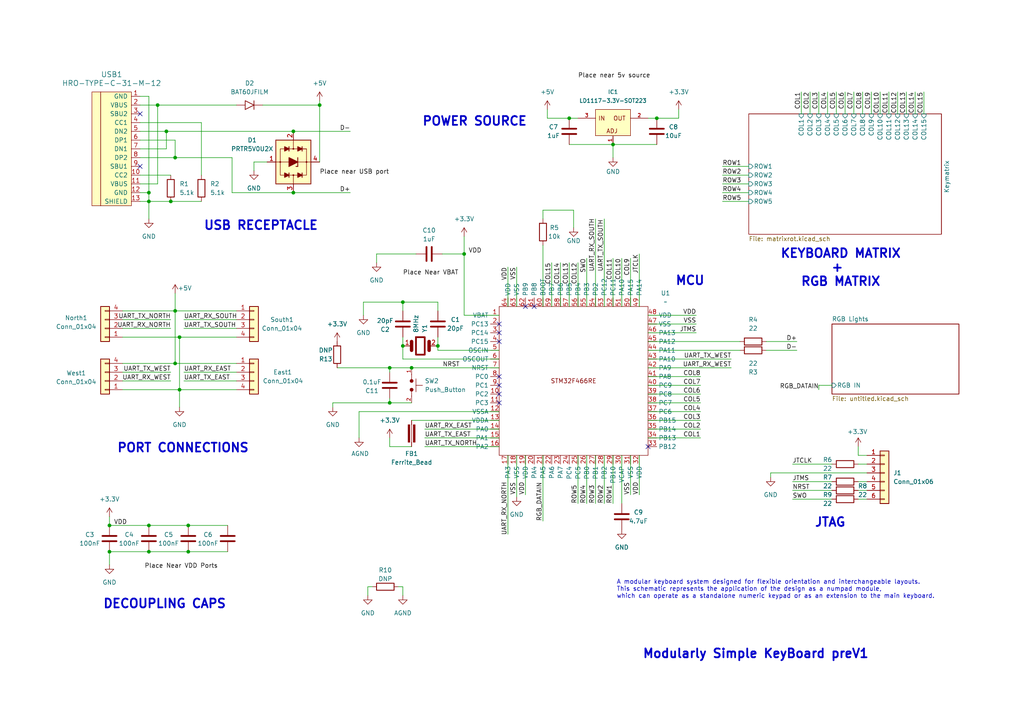
<source format=kicad_sch>
(kicad_sch (version 20250114) (generator "eeschema") (generator_version "9.0")
  (paper "A4")
  (lib_symbols
    (symbol "PCM_4ms_Connector:Conn_01x04" (pin_names (offset 1.016) (hide yes))
      (property "Reference" "J" (at 0 5.08 0))
      (property "Value" "Conn_01x04" (at 0 -7.62 0))
      (symbol "Conn_01x04_1_1"
        (rectangle (start -1.27 3.81) (end 1.27 -6.35) (stroke (width 0.254)) (fill (type background)))
        (rectangle (start -1.27 2.667) (end 0 2.413) (stroke (width 0.1524)))
        (rectangle (start -1.27 0.127) (end 0 -0.127) (stroke (width 0.1524)))
        (rectangle (start -1.27 -2.413) (end 0 -2.667) (stroke (width 0.1524)))
        (rectangle (start -1.27 -4.953) (end 0 -5.207) (stroke (width 0.1524)))
        (pin passive line (at -5.08 2.54 0) (length 3.81) (name "Pin_1") (number "1"))
        (pin passive line (at -5.08 0 0) (length 3.81) (name "Pin_2") (number "2"))
        (pin passive line (at -5.08 -2.54 0) (length 3.81) (name "Pin_3") (number "3"))
        (pin passive line (at -5.08 -5.08 0) (length 3.81) (name "Pin_4") (number "4"))
      )
    )
    (symbol "PCM_4ms_Connector:Conn_01x06" (pin_names (offset 1.016) (hide yes))
      (property "Reference" "J" (at 0 7.62 0))
      (property "Value" "Conn_01x06" (at 0 -10.16 0))
      (symbol "Conn_01x06_1_1"
        (rectangle (start -1.27 6.35) (end 1.27 -8.89) (stroke (width 0.254)) (fill (type background)))
        (rectangle (start -1.27 5.207) (end 0 4.953) (stroke (width 0.1524)))
        (rectangle (start -1.27 2.667) (end 0 2.413) (stroke (width 0.1524)))
        (rectangle (start -1.27 0.127) (end 0 -0.127) (stroke (width 0.1524)))
        (rectangle (start -1.27 -2.413) (end 0 -2.667) (stroke (width 0.1524)))
        (rectangle (start -1.27 -4.953) (end 0 -5.207) (stroke (width 0.1524)))
        (rectangle (start -1.27 -7.493) (end 0 -7.747) (stroke (width 0.1524)))
        (pin passive line (at -5.08 5.08 0) (length 3.81) (name "Pin_1") (number "1"))
        (pin passive line (at -5.08 2.54 0) (length 3.81) (name "Pin_2") (number "2"))
        (pin passive line (at -5.08 0 0) (length 3.81) (name "Pin_3") (number "3"))
        (pin passive line (at -5.08 -2.54 0) (length 3.81) (name "Pin_4") (number "4"))
        (pin passive line (at -5.08 -5.08 0) (length 3.81) (name "Pin_5") (number "5"))
        (pin passive line (at -5.08 -7.62 0) (length 3.81) (name "Pin_6") (number "6"))
      )
    )
    (symbol "PCM_4ms_Diode:D_Generic" (pin_numbers (hide yes)) (pin_names (offset 1.016) (hide yes))
      (property "Reference" "D" (at 0 2.54 0))
      (property "Value" "D_Generic" (at 0 -2.54 0))
      (symbol "D_Generic_0_1"
        (polyline (pts (xy -1.27 1.27) (xy -1.27 -1.27)) (stroke (width 0.2032)))
        (polyline (pts (xy 1.27 1.27) (xy 1.27 -1.27) (xy -1.27 0) (xy 1.27 1.27)) (stroke (width 0.2032)))
      )
      (symbol "D_Generic_1_1"
        (pin passive line (at -3.81 0 0) (length 2.54) (name "K") (number "1"))
        (pin passive line (at 3.81 0 180) (length 2.54) (name "A") (number "2"))
      )
    )
    (symbol "PCM_4ms_Power-symbol:+3.3V" (power) (pin_names (offset 0))
      (property "Value" "+3.3V" (at 0 3.556 0))
      (symbol "+3.3V_0_1"
        (polyline (pts (xy -0.762 1.27) (xy 0 2.54)))
        (polyline (pts (xy 0 2.54) (xy 0.762 1.27)))
        (polyline (pts (xy 0 0) (xy 0 2.54)))
      )
      (symbol "+3.3V_1_1"
        (pin power_in line (at 0 0 90) (length 0) (hide yes) (name "+3V3") (number "1"))
      )
    )
    (symbol "PCM_4ms_Power-symbol:+5V" (power) (pin_names (offset 0))
      (property "Value" "+5V" (at 0 3.556 0))
      (symbol "+5V_0_1"
        (polyline (pts (xy -0.762 1.27) (xy 0 2.54)))
        (polyline (pts (xy 0 2.54) (xy 0.762 1.27)))
        (polyline (pts (xy 0 0) (xy 0 2.54)))
      )
      (symbol "+5V_1_1"
        (pin power_in line (at 0 0 90) (length 0) (hide yes) (name "+5V") (number "1"))
      )
    )
    (symbol "PCM_4ms_Power-symbol:GND" (power) (pin_names (offset 0))
      (property "Value" "GND" (at 0 -3.81 0))
      (symbol "GND_0_1"
        (polyline (pts (xy 0 0) (xy 0 -1.27) (xy 1.27 -1.27) (xy 0 -2.54) (xy -1.27 -1.27) (xy 0 -1.27)))
      )
      (symbol "GND_1_1"
        (pin power_in line (at 0 0 270) (length 0) (hide yes) (name "GND") (number "1"))
      )
    )
    (symbol "PCM_4ms_Power-symbol:GNDA" (power) (pin_numbers (hide yes)) (pin_names (offset 0) (hide yes))
      (property "Value" "GNDA" (at 0 -3.81 0))
      (symbol "GNDA_0_1"
        (polyline (pts (xy 0 0) (xy 0 -1.27) (xy 1.27 -1.27) (xy 0 -2.54) (xy -1.27 -1.27) (xy 0 -1.27)))
      )
      (symbol "GNDA_1_1"
        (pin power_in line (at 0 0 270) (length 0) (hide yes) (name "GNDA") (number "1"))
      )
    )
    (symbol "PCM_4ms_Regulator:LD1117-3.3V-SOT223" (pin_names (offset 1.016) (hide yes))
      (property "Reference" "IC" (at 2.54 -6.35 0))
      (property "Value" "LD1117-3.3V-SOT223" (at -4.445 4.445 0))
      (symbol "LD1117-3.3V-SOT223_1_0"
        (rectangle (start -5.08 3.81) (end 5.08 -3.81) (fill (type background)))
        (text "IN" (at -3.2766 1.2446 0) (effects (font (size 1.2192 1.2192))))
        (text "ADJ" (at -0.2794 -2.4384 0) (effects (font (size 1.2192 1.2192))))
        (text "OUT" (at 1.8796 1.2446 0) (effects (font (size 1.2192 1.2192))))
      )
      (symbol "LD1117-3.3V-SOT223_1_1"
        (pin input line (at -10.16 1.27 0) (length 5.08) (name "IN") (number "3"))
        (pin input line (at 0 -6.35 90) (length 2.54) (name "ADJ") (number "1"))
        (pin passive line (at 10.16 1.27 180) (length 5.08) (name "OUT") (number "2"))
      )
    )
    (symbol "PCM_Capacitor_AKL:C_0805" (pin_numbers (hide yes)) (pin_names (offset 0.254))
      (property "Reference" "C" (at 0.635 2.54 0))
      (property "Value" "C_0805" (at 0.635 -2.54 0))
      (symbol "C_0805_0_1"
        (polyline (pts (xy -2.032 0.762) (xy 2.032 0.762)) (stroke (width 0.508)))
        (polyline (pts (xy -2.032 -0.762) (xy 2.032 -0.762)) (stroke (width 0.508)))
      )
      (symbol "C_0805_0_2"
        (polyline (pts (xy -2.54 -2.54) (xy -0.381 -0.381)))
        (polyline (pts (xy -0.508 -0.508) (xy -1.651 0.635)) (stroke (width 0.508)))
        (polyline (pts (xy -0.508 -0.508) (xy 0.635 -1.651)) (stroke (width 0.508)))
        (polyline (pts (xy 0.381 0.381) (xy 2.54 2.54)))
        (polyline (pts (xy 0.508 0.508) (xy -0.635 1.651)) (stroke (width 0.508)))
        (polyline (pts (xy 0.508 0.508) (xy 1.651 -0.635)) (stroke (width 0.508)))
      )
      (symbol "C_0805_1_1"
        (pin passive line (at 0 3.81 270) (length 2.794) (name "~") (number "1"))
        (pin passive line (at 0 -3.81 90) (length 2.794) (name "~") (number "2"))
      )
      (symbol "C_0805_1_2"
        (pin passive line (at -2.54 -2.54 90) (length 0) (name "~") (number "2"))
        (pin passive line (at 2.54 2.54 270) (length 0) (name "~") (number "1"))
      )
    )
    (symbol "PCM_Device_AKL:Ferrite_Bead" (pin_numbers (hide yes)) (pin_names (offset 0))
      (property "Reference" "FB" (at 0 4.572 0))
      (property "Value" "Ferrite_Bead" (at 0 3.175 0))
      (symbol "Ferrite_Bead_0_1"
        (rectangle (start -2.54 1.016) (end 2.54 0.508) (fill (type outline)))
        (polyline (pts (xy 2.54 0) (xy -2.54 0)))
      )
      (symbol "Ferrite_Bead_1_1"
        (rectangle (start -2.54 -0.508) (end 2.54 -1.016) (fill (type outline)))
        (pin passive line (at -3.81 0 0) (length 1.27) (name "~") (number "1"))
        (pin passive line (at 3.81 0 180) (length 1.27) (name "~") (number "2"))
      )
    )
    (symbol "PCM_Diode_TVS_AKL:PRTR5V0U2X" (pin_names (offset 1.016) (hide yes))
      (property "Reference" "D" (at 7.62 8.89 0))
      (property "Value" "PRTR5V0U2X" (at 7.62 6.35 0))
      (symbol "PRTR5V0U2X_0_1"
        (rectangle (start -6.35 5.08) (end 6.35 -5.08) (stroke (width 0.254)) (fill (type background)))
        (polyline (pts (xy -3.81 2.54) (xy -3.81 3.81) (xy 3.81 3.81) (xy 3.81 2.54)))
        (polyline (pts (xy -3.81 2.54) (xy -3.175 1.27) (xy -4.445 1.27) (xy -3.81 2.54)) (stroke (width 0.254)) (fill (type outline)))
        (circle (center -3.81 0) (radius 0.1778) (fill (type outline)))
        (polyline (pts (xy -3.81 0) (xy -6.35 0)))
        (polyline (pts (xy -3.81 -1.27) (xy -3.81 1.27)))
        (polyline (pts (xy -3.81 -1.27) (xy -3.175 -2.54) (xy -4.445 -2.54) (xy -3.81 -1.27)) (stroke (width 0.254)) (fill (type outline)))
        (polyline (pts (xy -3.81 -2.54) (xy -3.81 -3.81) (xy 3.81 -3.81) (xy 3.81 -2.54)))
        (polyline (pts (xy -3.175 2.54) (xy -4.445 2.54)) (stroke (width 0.254)))
        (polyline (pts (xy -3.175 -1.27) (xy -4.445 -1.27)) (stroke (width 0.254)))
        (circle (center 0 3.81) (radius 0.1778) (fill (type outline)))
        (polyline (pts (xy 0 1.27) (xy 0 5.08)))
        (polyline (pts (xy 0 -1.27) (xy 0 -5.08)))
        (polyline (pts (xy 3.81 2.54) (xy 4.445 1.27) (xy 3.175 1.27) (xy 3.81 2.54)) (stroke (width 0.254)) (fill (type outline)))
        (polyline (pts (xy 3.81 0) (xy 6.35 0)))
        (circle (center 3.81 0) (radius 0.1778) (fill (type outline)))
        (polyline (pts (xy 3.81 -1.27) (xy 3.81 1.27)))
        (polyline (pts (xy 3.81 -1.27) (xy 4.445 -2.54) (xy 3.175 -2.54) (xy 3.81 -1.27)) (stroke (width 0.254)) (fill (type outline)))
        (polyline (pts (xy 4.445 2.54) (xy 3.175 2.54)) (stroke (width 0.254)))
        (polyline (pts (xy 4.445 -1.27) (xy 3.175 -1.27)) (stroke (width 0.254)))
      )
      (symbol "PRTR5V0U2X_1_1"
        (polyline (pts (xy -3.81 1.27) (xy -3.81 3.81)))
        (polyline (pts (xy -1.27 1.27) (xy 1.27 1.27)) (stroke (width 0.254)))
        (polyline (pts (xy 0 -1.27) (xy 0 1.27)))
        (circle (center 0 -3.81) (radius 0.1778) (fill (type outline)))
        (polyline (pts (xy 1.27 1.27) (xy 1.27 0.762)) (stroke (width 0.254)))
        (polyline (pts (xy 1.27 -1.27) (xy -1.27 -1.27) (xy 0 1.27) (xy 1.27 -1.27)) (stroke (width 0.254)) (fill (type outline)))
        (pin passive line (at -8.89 0 0) (length 2.54) (name "L1") (number "2"))
        (pin passive line (at 0 7.62 270) (length 2.54) (name "VP") (number "4"))
        (pin passive line (at 0 -7.62 90) (length 2.54) (name "VN") (number "1"))
        (pin passive line (at 8.89 0 180) (length 2.54) (name "L2") (number "3"))
      )
    )
    (symbol "PCM_Resistor_AKL:R_0805" (pin_numbers (hide yes)) (pin_names (offset 0))
      (property "Reference" "R" (at 2.54 1.27 0))
      (property "Value" "R_0805" (at 2.54 -1.27 0))
      (symbol "R_0805_0_1"
        (rectangle (start -1.016 2.54) (end 1.016 -2.54) (stroke (width 0.254)))
      )
      (symbol "R_0805_0_2"
        (polyline (pts (xy -2.54 -2.54) (xy -1.524 -1.524)))
        (polyline (pts (xy 1.524 1.524) (xy 2.54 2.54)))
        (polyline (pts (xy 1.524 1.524) (xy 0.889 2.159) (xy -2.159 -0.889) (xy -0.889 -2.159) (xy 2.159 0.889) (xy 1.524 1.524)) (stroke (width 0.254)))
      )
      (symbol "R_0805_1_1"
        (pin passive line (at 0 3.81 270) (length 1.27) (name "~") (number "1"))
        (pin passive line (at 0 -3.81 90) (length 1.27) (name "~") (number "2"))
      )
      (symbol "R_0805_1_2"
        (pin passive line (at -2.54 -2.54 0) (length 0) (name "") (number "2"))
        (pin passive line (at 2.54 2.54 180) (length 0) (name "") (number "1"))
      )
    )
    (symbol "PCM_SL_Devices:Crystal_8MHz"
      (property "Reference" "Y" (at 0 7.62 0))
      (property "Value" "Crystal_8MHz" (at 0 5.08 0))
      (symbol "Crystal_8MHz_0_1"
        (polyline (pts (xy -2.54 1.27) (xy -2.54 -1.27)) (stroke (width 1)))
        (rectangle (start -1.27 2.54) (end 1.27 -2.54) (stroke (width 0.5)))
        (polyline (pts (xy 2.54 1.27) (xy 2.54 -1.27)) (stroke (width 1)))
      )
      (symbol "Crystal_8MHz_1_1"
        (pin passive line (at -5.08 0 0) (length 2.54) (name "") (number "1"))
        (pin passive line (at 5.08 0 180) (length 2.54) (name "") (number "2"))
      )
    )
    (symbol "PCM_SL_Devices:Push_Button"
      (property "Reference" "SW" (at 0 6.35 0))
      (property "Value" "Push_Button" (at 0 4.445 0))
      (symbol "Push_Button_0_1"
        (polyline (pts (xy -3.175 0) (xy -1.778 0)))
        (polyline (pts (xy -1.905 1.27) (xy 1.905 1.27)))
        (circle (center -1.27 0) (radius 0.4579) (fill (type outline)))
        (polyline (pts (xy 0 1.27) (xy 0 3.175)))
        (circle (center 1.27 0) (radius 0.4579) (fill (type outline)))
        (polyline (pts (xy 1.778 0) (xy 3.175 0)))
      )
      (symbol "Push_Button_1_1"
        (pin passive line (at -5.08 0 0) (length 2) (name "") (number "1"))
        (pin passive line (at 5.08 0 180) (length 2) (name "") (number "2"))
      )
    )
    (symbol "Type-C:HRO-TYPE-C-31-M-12" (pin_names (offset 1.016))
      (property "Reference" "USB" (at -5.08 16.51 0))
      (property "Value" "HRO-TYPE-C-31-M-12" (at -10.16 -1.27 90))
      (symbol "HRO-TYPE-C-31-M-12_0_1"
        (rectangle (start -11.43 15.24) (end -8.89 -17.78) (fill (type background)))
        (rectangle (start 0 -17.78) (end -8.89 15.24) (fill (type background)))
      )
      (symbol "HRO-TYPE-C-31-M-12_1_1"
        (pin input line (at 2.54 13.97 180) (length 2.54) (name "GND") (number "1"))
        (pin input line (at 2.54 11.43 180) (length 2.54) (name "VBUS") (number "2"))
        (pin input line (at 2.54 8.89 180) (length 2.54) (name "SBU2") (number "3"))
        (pin input line (at 2.54 6.35 180) (length 2.54) (name "CC1") (number "4"))
        (pin input line (at 2.54 3.81 180) (length 2.54) (name "DN2") (number "5"))
        (pin input line (at 2.54 1.27 180) (length 2.54) (name "DP1") (number "6"))
        (pin input line (at 2.54 -1.27 180) (length 2.54) (name "DN1") (number "7"))
        (pin input line (at 2.54 -3.81 180) (length 2.54) (name "DP2") (number "8"))
        (pin input line (at 2.54 -6.35 180) (length 2.54) (name "SBU1") (number "9"))
        (pin input line (at 2.54 -8.89 180) (length 2.54) (name "CC2") (number "10"))
        (pin input line (at 2.54 -11.43 180) (length 2.54) (name "VBUS") (number "11"))
        (pin input line (at 2.54 -13.97 180) (length 2.54) (name "GND") (number "12"))
        (pin input line (at 2.54 -16.51 180) (length 2.54) (name "SHIELD") (number "13"))
      )
    )
    (symbol "power:GND" (power) (pin_numbers (hide yes)) (pin_names (offset 0) (hide yes))
      (property "Value" "GND" (at 0 -3.81 0))
      (symbol "GND_0_1"
        (polyline (pts (xy 0 0) (xy 0 -1.27) (xy 1.27 -1.27) (xy 0 -2.54) (xy -1.27 -1.27) (xy 0 -1.27)))
      )
      (symbol "GND_1_1"
        (pin power_in line (at 0 0 270) (length 0) (name "~") (number "1"))
      )
    )
    (symbol "stm32f446ret6:STM32F446RET6"
      (property "Reference" "U" (at -1.016 1.016 0))
      (symbol "STM32F446RET6_0_1"
        (rectangle (start 0 0) (end 43.18 -43.18))
      )
      (symbol "STM32F446RET6_1_1"
        (text "STM32F466RE\n" (at 21.59 -21.59 0) (effects (font (size 1.27 1.27))))
        (pin bidirectional line (at 0 -2.54 180) (length 2.54) (name "VBAT") (number "1"))
        (pin bidirectional line (at 0 -5.08 180) (length 2.54) (name "PC13") (number "2"))
        (pin bidirectional line (at 0 -7.62 180) (length 2.54) (name "PC14") (number "3"))
        (pin bidirectional line (at 0 -10.16 180) (length 2.54) (name "PC15") (number "4"))
        (pin bidirectional line (at 0 -12.7 180) (length 2.54) (name "OSCIN") (number "5"))
        (pin bidirectional line (at 0 -15.24 180) (length 2.54) (name "OSCOUT") (number "6"))
        (pin bidirectional line (at 0 -17.78 180) (length 2.54) (name "NRST") (number "7"))
        (pin bidirectional line (at 0 -20.32 180) (length 2.54) (name "PC0") (number "8"))
        (pin bidirectional line (at 0 -22.86 180) (length 2.54) (name "PC1") (number "9"))
        (pin bidirectional line (at 0 -25.4 180) (length 2.54) (name "PC2") (number "10"))
        (pin bidirectional line (at 0 -27.94 180) (length 2.54) (name "PC3") (number "11"))
        (pin bidirectional line (at 0 -30.48 180) (length 2.54) (name "VSSA") (number "12"))
        (pin bidirectional line (at 0 -33.02 180) (length 2.54) (name "VDDA") (number "13"))
        (pin bidirectional line (at 0 -35.56 180) (length 2.54) (name "PA0") (number "14"))
        (pin bidirectional line (at 0 -38.1 180) (length 2.54) (name "PA1") (number "15"))
        (pin bidirectional line (at 0 -40.64 180) (length 2.54) (name "PA2") (number "16"))
        (pin bidirectional line (at 2.54 0 90) (length 2.54) (name "VDD") (number "64"))
        (pin bidirectional line (at 2.54 -43.18 270) (length 2.54) (name "PA3") (number "17"))
        (pin bidirectional line (at 5.08 0 90) (length 2.54) (name "VSS") (number "63"))
        (pin bidirectional line (at 5.08 -43.18 270) (length 2.54) (name "VSS") (number "18"))
        (pin bidirectional line (at 7.62 0 90) (length 2.54) (name "PB9") (number "62"))
        (pin bidirectional line (at 7.62 -43.18 270) (length 2.54) (name "VDD") (number "19"))
        (pin bidirectional line (at 10.16 0 90) (length 2.54) (name "PB8") (number "61"))
        (pin bidirectional line (at 10.16 -43.18 270) (length 2.54) (name "PA4") (number "20"))
        (pin bidirectional line (at 12.7 0 90) (length 2.54) (name "BOOT") (number "60"))
        (pin bidirectional line (at 12.7 -43.18 270) (length 2.54) (name "PA5") (number "21"))
        (pin bidirectional line (at 15.24 0 90) (length 2.54) (name "PB7") (number "59"))
        (pin bidirectional line (at 15.24 -43.18 270) (length 2.54) (name "PA6") (number "22"))
        (pin bidirectional line (at 17.78 0 90) (length 2.54) (name "PB6") (number "58"))
        (pin bidirectional line (at 17.78 -43.18 270) (length 2.54) (name "PA7") (number "23"))
        (pin bidirectional line (at 20.32 0 90) (length 2.54) (name "PB5") (number "57"))
        (pin bidirectional line (at 20.32 -43.18 270) (length 2.54) (name "PC4") (number "24"))
        (pin bidirectional line (at 22.86 0 90) (length 2.54) (name "PB4") (number "56"))
        (pin bidirectional line (at 22.86 -43.18 270) (length 2.54) (name "PC5") (number "25"))
        (pin bidirectional line (at 25.4 0 90) (length 2.54) (name "PB3") (number "55"))
        (pin bidirectional line (at 25.4 -43.18 270) (length 2.54) (name "PB0") (number "26"))
        (pin bidirectional line (at 27.94 0 90) (length 2.54) (name "PD2") (number "54"))
        (pin bidirectional line (at 27.94 -43.18 270) (length 2.54) (name "PB1") (number "27"))
        (pin bidirectional line (at 30.48 0 90) (length 2.54) (name "PC12") (number "53"))
        (pin bidirectional line (at 30.48 -43.18 270) (length 2.54) (name "PB2") (number "28"))
        (pin bidirectional line (at 33.02 0 90) (length 2.54) (name "PC11") (number "52"))
        (pin bidirectional line (at 33.02 -43.18 270) (length 2.54) (name "PB10") (number "29"))
        (pin bidirectional line (at 35.56 0 90) (length 2.54) (name "PA10") (number "51"))
        (pin bidirectional line (at 35.56 -43.18 270) (length 2.54) (name "VCAP") (number "30"))
        (pin bidirectional line (at 38.1 0 90) (length 2.54) (name "PA15") (number "50"))
        (pin bidirectional line (at 38.1 -43.18 270) (length 2.54) (name "VSS") (number "31"))
        (pin bidirectional line (at 40.64 0 90) (length 2.54) (name "PA14") (number "49"))
        (pin bidirectional line (at 40.64 -43.18 270) (length 2.54) (name "VDD") (number "32"))
        (pin bidirectional line (at 43.18 -2.54 0) (length 2.54) (name "VDD") (number "48"))
        (pin bidirectional line (at 43.18 -5.08 0) (length 2.54) (name "VSS") (number "47"))
        (pin bidirectional line (at 43.18 -7.62 0) (length 2.54) (name "PA13") (number "46"))
        (pin bidirectional line (at 43.18 -10.16 0) (length 2.54) (name "PA12") (number "45"))
        (pin bidirectional line (at 43.18 -12.7 0) (length 2.54) (name "PA11") (number "44"))
        (pin bidirectional line (at 43.18 -15.24 0) (length 2.54) (name "PA10") (number "43"))
        (pin bidirectional line (at 43.18 -17.78 0) (length 2.54) (name "PA9") (number "42"))
        (pin bidirectional line (at 43.18 -20.32 0) (length 2.54) (name "PA8") (number "41"))
        (pin bidirectional line (at 43.18 -22.86 0) (length 2.54) (name "PC9") (number "40"))
        (pin bidirectional line (at 43.18 -25.4 0) (length 2.54) (name "PC8") (number "39"))
        (pin bidirectional line (at 43.18 -27.94 0) (length 2.54) (name "PC7") (number "38"))
        (pin bidirectional line (at 43.18 -30.48 0) (length 2.54) (name "PC6") (number "37"))
        (pin bidirectional line (at 43.18 -33.02 0) (length 2.54) (name "PB15") (number "36"))
        (pin bidirectional line (at 43.18 -35.56 0) (length 2.54) (name "PB14") (number "35"))
        (pin bidirectional line (at 43.18 -38.1 0) (length 2.54) (name "PB13") (number "34"))
        (pin bidirectional line (at 43.18 -40.64 0) (length 2.54) (name "PB12") (number "33"))
      )
    )
  )
  (text "MCU" (at 200.152 81.534 0) (effects (font (size 2.54 2.54) (thickness 0.508) (bold yes))))
  (text "+ \nRGB MATRIX" (at 243.84 79.756 0) (effects (font (size 2.54 2.54) (thickness 0.508) (bold yes))))
  (text "DECOUPLING CAPS\n" (at 47.752 175.26 0) (effects (font (size 2.54 2.54) (thickness 0.508) (bold yes))))
  (text "PORT CONNECTIONS\n" (at 53.086 130.048 0) (effects (font (size 2.54 2.54) (thickness 0.508) (bold yes))))
  (text "POWER SOURCE\n" (at 137.668 35.306 0) (effects (font (size 2.54 2.54) (thickness 0.508) (bold yes))))
  (text "USB RECEPTACLE" (at 75.692 65.532 0) (effects (font (size 2.54 2.54) (thickness 0.508) (bold yes))))
  (text "KEYBOARD MATRIX\n" (at 243.84 73.66 0) (effects (font (size 2.54 2.54) (thickness 0.508) (bold yes))))
  (text "A modular keyboard system designed for flexible orientation and interchangeable layouts.\nThis schematic represents the application of the design as a numpad module, \nwhich can operate as a standalone numeric keypad or as an extension to the main keyboard." (at 178.816 170.942 0) (effects (font (size 1.27 1.27) (thickness 0.1588)) (justify left)))
  (text "Modularly Simple KeyBoard preV1" (at 219.202 189.738 0) (effects (font (size 2.54 2.54) (thickness 0.508) (bold yes))))
  (text "JTAG" (at 240.792 151.638 0) (effects (font (size 2.54 2.54) (thickness 0.508) (bold yes))))
  (junction (at 48.26 38.1))
  (junction (at 43.18 58.42))
  (junction (at 43.18 152.4))
  (junction (at 50.8 105.41))
  (junction (at 43.18 55.88))
  (junction (at 31.75 160.02))
  (junction (at 49.53 58.42))
  (junction (at 190.5 34.29))
  (junction (at 134.62 73.66))
  (junction (at 92.71 30.48))
  (junction (at 52.07 113.03))
  (junction (at 165.1 34.29))
  (junction (at 50.8 45.72))
  (junction (at 113.03 106.68))
  (junction (at 43.18 160.02))
  (junction (at 113.03 116.84))
  (junction (at 54.61 160.02))
  (junction (at 54.61 152.4))
  (junction (at 127 100.33))
  (junction (at 45.72 30.48))
  (junction (at 52.07 97.79))
  (junction (at 177.8 41.91))
  (junction (at 116.84 87.63))
  (junction (at 85.09 38.1))
  (junction (at 119.38 106.68))
  (junction (at 31.75 152.4))
  (junction (at 116.84 100.33))
  (junction (at 85.09 55.88))
  (junction (at 50.8 90.17))
  (no_connect (at 144.78 116.84))
  (no_connect (at 152.4 88.9))
  (no_connect (at 144.78 111.76))
  (no_connect (at 187.96 129.54))
  (no_connect (at 40.64 33.02))
  (no_connect (at 154.94 88.9))
  (no_connect (at 144.78 99.06))
  (no_connect (at 144.78 109.22))
  (no_connect (at 40.64 48.26))
  (no_connect (at 144.78 96.52))
  (no_connect (at 144.78 114.3))
  (no_connect (at 144.78 93.98))
  (wire (pts (xy 31.75 160.02) (xy 31.75 163.83)))
  (wire (pts (xy 196.85 31.75) (xy 196.85 34.29)))
  (wire (pts (xy 67.31 55.88) (xy 85.09 55.88)))
  (wire (pts (xy 237.49 111.76) (xy 237.49 113.03)))
  (wire (pts (xy 43.18 58.42) (xy 49.53 58.42)))
  (wire (pts (xy 96.52 116.84) (xy 113.03 116.84)))
  (wire (pts (xy 144.78 91.44) (xy 134.62 91.44)))
  (wire (pts (xy 50.8 85.09) (xy 50.8 90.17)))
  (wire (pts (xy 167.64 34.29) (xy 165.1 34.29)))
  (wire (pts (xy 105.41 87.63) (xy 116.84 87.63)))
  (wire (pts (xy 123.19 129.54) (xy 144.78 129.54)))
  (wire (pts (xy 147.32 77.47) (xy 147.32 88.9)))
  (wire (pts (xy 52.07 97.79) (xy 68.58 97.79)))
  (wire (pts (xy 187.96 93.98) (xy 201.93 93.98)))
  (wire (pts (xy 240.03 26.67) (xy 240.03 33.02)))
  (wire (pts (xy 255.27 26.67) (xy 255.27 33.02)))
  (wire (pts (xy 187.96 96.52) (xy 201.93 96.52)))
  (wire (pts (xy 165.1 76.2) (xy 165.1 88.9)))
  (wire (pts (xy 116.84 87.63) (xy 127 87.63)))
  (wire (pts (xy 209.55 50.8) (xy 217.17 50.8)))
  (wire (pts (xy 109.22 73.66) (xy 120.65 73.66)))
  (wire (pts (xy 242.57 26.67) (xy 242.57 33.02)))
  (wire (pts (xy 229.87 134.62) (xy 241.3 134.62)))
  (wire (pts (xy 209.55 58.42) (xy 217.17 58.42)))
  (wire (pts (xy 43.18 55.88) (xy 40.64 55.88)))
  (wire (pts (xy 49.53 92.71) (xy 35.56 92.71)))
  (wire (pts (xy 43.18 160.02) (xy 54.61 160.02)))
  (wire (pts (xy 127 101.6) (xy 144.78 101.6)))
  (wire (pts (xy 167.64 132.08) (xy 167.64 146.05)))
  (wire (pts (xy 149.86 77.47) (xy 149.86 88.9)))
  (wire (pts (xy 116.84 100.33) (xy 116.84 104.14)))
  (wire (pts (xy 134.62 91.44) (xy 134.62 73.66)))
  (wire (pts (xy 31.75 149.86) (xy 31.75 152.4)))
  (wire (pts (xy 109.22 73.66) (xy 109.22 76.2)))
  (wire (pts (xy 77.47 46.99) (xy 73.66 46.99)))
  (wire (pts (xy 53.34 95.25) (xy 68.58 95.25)))
  (wire (pts (xy 157.48 132.08) (xy 157.48 151.13)))
  (wire (pts (xy 187.96 104.14) (xy 212.09 104.14)))
  (wire (pts (xy 127 100.33) (xy 127 101.6)))
  (wire (pts (xy 185.42 143.51) (xy 185.42 132.08)))
  (wire (pts (xy 152.4 132.08) (xy 152.4 143.51)))
  (wire (pts (xy 172.72 132.08) (xy 172.72 146.05)))
  (wire (pts (xy 50.8 45.72) (xy 67.31 45.72)))
  (wire (pts (xy 35.56 105.41) (xy 50.8 105.41)))
  (wire (pts (xy 53.34 107.95) (xy 68.58 107.95)))
  (wire (pts (xy 73.66 46.99) (xy 73.66 49.53)))
  (wire (pts (xy 248.92 129.54) (xy 248.92 132.08)))
  (wire (pts (xy 52.07 118.11) (xy 52.07 113.03)))
  (wire (pts (xy 119.38 129.54) (xy 113.03 129.54)))
  (wire (pts (xy 182.88 132.08) (xy 182.88 143.51)))
  (wire (pts (xy 58.42 35.56) (xy 58.42 50.8)))
  (wire (pts (xy 119.38 106.68) (xy 144.78 106.68)))
  (wire (pts (xy 177.8 41.91) (xy 190.5 41.91)))
  (wire (pts (xy 223.52 137.16) (xy 251.46 137.16)))
  (wire (pts (xy 35.56 97.79) (xy 52.07 97.79)))
  (wire (pts (xy 53.34 110.49) (xy 68.58 110.49)))
  (wire (pts (xy 116.84 87.63) (xy 116.84 90.17)))
  (wire (pts (xy 248.92 132.08) (xy 251.46 132.08)))
  (wire (pts (xy 50.8 90.17) (xy 50.8 105.41)))
  (wire (pts (xy 209.55 55.88) (xy 217.17 55.88)))
  (wire (pts (xy 40.64 58.42) (xy 43.18 58.42)))
  (wire (pts (xy 187.96 34.29) (xy 190.5 34.29)))
  (wire (pts (xy 175.26 132.08) (xy 175.26 146.05)))
  (wire (pts (xy 229.87 142.24) (xy 241.3 142.24)))
  (wire (pts (xy 165.1 41.91) (xy 177.8 41.91)))
  (wire (pts (xy 158.75 34.29) (xy 158.75 31.75)))
  (wire (pts (xy 187.96 106.68) (xy 212.09 106.68)))
  (wire (pts (xy 43.18 58.42) (xy 43.18 55.88)))
  (wire (pts (xy 76.2 30.48) (xy 92.71 30.48)))
  (wire (pts (xy 35.56 110.49) (xy 49.53 110.49)))
  (wire (pts (xy 162.56 76.2) (xy 162.56 88.9)))
  (wire (pts (xy 187.96 111.76) (xy 203.2 111.76)))
  (wire (pts (xy 53.34 92.71) (xy 68.58 92.71)))
  (wire (pts (xy 187.96 124.46) (xy 203.2 124.46)))
  (wire (pts (xy 134.62 68.58) (xy 134.62 73.66)))
  (wire (pts (xy 185.42 73.66) (xy 185.42 88.9)))
  (wire (pts (xy 50.8 105.41) (xy 68.58 105.41)))
  (wire (pts (xy 260.35 26.67) (xy 260.35 33.02)))
  (wire (pts (xy 40.64 30.48) (xy 45.72 30.48)))
  (wire (pts (xy 40.64 38.1) (xy 48.26 38.1)))
  (wire (pts (xy 40.64 50.8) (xy 49.53 50.8)))
  (wire (pts (xy 248.92 134.62) (xy 251.46 134.62)))
  (wire (pts (xy 113.03 107.95) (xy 113.03 106.68)))
  (wire (pts (xy 128.27 73.66) (xy 134.62 73.66)))
  (wire (pts (xy 267.97 26.67) (xy 267.97 33.02)))
  (wire (pts (xy 234.95 26.67) (xy 234.95 33.02)))
  (wire (pts (xy 48.26 38.1) (xy 85.09 38.1)))
  (wire (pts (xy 113.03 129.54) (xy 113.03 127)))
  (wire (pts (xy 67.31 45.72) (xy 67.31 55.88)))
  (wire (pts (xy 265.43 26.67) (xy 265.43 33.02)))
  (wire (pts (xy 209.55 48.26) (xy 217.17 48.26)))
  (wire (pts (xy 106.68 172.72) (xy 106.68 170.18)))
  (wire (pts (xy 166.37 60.96) (xy 157.48 60.96)))
  (wire (pts (xy 54.61 152.4) (xy 66.04 152.4)))
  (wire (pts (xy 247.65 26.67) (xy 247.65 33.02)))
  (wire (pts (xy 104.14 119.38) (xy 144.78 119.38)))
  (wire (pts (xy 85.09 38.1) (xy 101.6 38.1)))
  (wire (pts (xy 167.64 76.2) (xy 167.64 88.9)))
  (wire (pts (xy 40.64 27.94) (xy 43.18 27.94)))
  (wire (pts (xy 113.03 106.68) (xy 119.38 106.68)))
  (wire (pts (xy 229.87 144.78) (xy 241.3 144.78)))
  (wire (pts (xy 115.57 170.18) (xy 116.84 170.18)))
  (wire (pts (xy 40.64 53.34) (xy 45.72 53.34)))
  (wire (pts (xy 85.09 55.88) (xy 101.6 55.88)))
  (wire (pts (xy 123.19 127) (xy 144.78 127)))
  (wire (pts (xy 106.68 170.18) (xy 107.95 170.18)))
  (wire (pts (xy 149.86 132.08) (xy 149.86 144.145)))
  (wire (pts (xy 52.07 113.03) (xy 68.58 113.03)))
  (wire (pts (xy 187.96 109.22) (xy 203.2 109.22)))
  (wire (pts (xy 160.02 76.2) (xy 160.02 88.9)))
  (wire (pts (xy 172.72 63.5) (xy 172.72 88.9)))
  (wire (pts (xy 229.87 139.7) (xy 241.3 139.7)))
  (wire (pts (xy 252.73 26.67) (xy 252.73 33.02)))
  (wire (pts (xy 40.64 40.64) (xy 50.8 40.64)))
  (wire (pts (xy 248.92 144.78) (xy 251.46 144.78)))
  (wire (pts (xy 50.8 90.17) (xy 68.58 90.17)))
  (wire (pts (xy 35.56 90.17) (xy 50.8 90.17)))
  (wire (pts (xy 157.48 71.12) (xy 157.48 88.9)))
  (wire (pts (xy 180.34 74.93) (xy 180.34 88.9)))
  (wire (pts (xy 170.18 74.93) (xy 170.18 88.9)))
  (wire (pts (xy 187.96 127) (xy 203.2 127)))
  (wire (pts (xy 190.5 34.29) (xy 196.85 34.29)))
  (wire (pts (xy 232.41 26.67) (xy 232.41 33.02)))
  (wire (pts (xy 31.75 152.4) (xy 43.18 152.4)))
  (wire (pts (xy 43.18 58.42) (xy 43.18 63.5)))
  (wire (pts (xy 43.18 27.94) (xy 43.18 55.88)))
  (wire (pts (xy 49.53 95.25) (xy 35.56 95.25)))
  (wire (pts (xy 209.55 53.34) (xy 217.17 53.34)))
  (wire (pts (xy 96.52 116.84) (xy 96.52 118.11)))
  (wire (pts (xy 175.26 63.5) (xy 175.26 88.9)))
  (wire (pts (xy 116.84 104.14) (xy 144.78 104.14)))
  (wire (pts (xy 222.25 99.06) (xy 231.14 99.06)))
  (wire (pts (xy 45.72 53.34) (xy 45.72 30.48)))
  (wire (pts (xy 223.52 138.43) (xy 223.52 137.16)))
  (wire (pts (xy 35.56 107.95) (xy 49.53 107.95)))
  (wire (pts (xy 40.64 35.56) (xy 58.42 35.56)))
  (wire (pts (xy 49.53 58.42) (xy 58.42 58.42)))
  (wire (pts (xy 170.18 132.08) (xy 170.18 146.05)))
  (wire (pts (xy 237.49 26.67) (xy 237.49 33.02)))
  (wire (pts (xy 68.58 30.48) (xy 45.72 30.48)))
  (wire (pts (xy 182.88 74.93) (xy 182.88 88.9)))
  (wire (pts (xy 113.03 116.84) (xy 113.03 115.57)))
  (wire (pts (xy 165.1 34.29) (xy 158.75 34.29)))
  (wire (pts (xy 123.19 124.46) (xy 144.78 124.46)))
  (wire (pts (xy 187.96 119.38) (xy 203.2 119.38)))
  (wire (pts (xy 187.96 116.84) (xy 203.2 116.84)))
  (wire (pts (xy 97.79 106.68) (xy 113.03 106.68)))
  (wire (pts (xy 127 90.17) (xy 127 87.63)))
  (wire (pts (xy 116.84 170.18) (xy 116.84 172.72)))
  (wire (pts (xy 119.38 121.92) (xy 144.78 121.92)))
  (wire (pts (xy 92.71 29.21) (xy 92.71 30.48)))
  (wire (pts (xy 250.19 26.67) (xy 250.19 33.02)))
  (wire (pts (xy 50.8 45.72) (xy 50.8 40.64)))
  (wire (pts (xy 43.18 152.4) (xy 54.61 152.4)))
  (wire (pts (xy 48.26 38.1) (xy 48.26 43.18)))
  (wire (pts (xy 40.64 43.18) (xy 48.26 43.18)))
  (wire (pts (xy 104.14 127) (xy 104.14 119.38)))
  (wire (pts (xy 31.75 160.02) (xy 43.18 160.02)))
  (wire (pts (xy 54.61 160.02) (xy 66.04 160.02)))
  (wire (pts (xy 248.92 139.7) (xy 251.46 139.7)))
  (wire (pts (xy 180.34 132.08) (xy 180.34 146.05)))
  (wire (pts (xy 187.96 101.6) (xy 214.63 101.6)))
  (wire (pts (xy 147.32 132.08) (xy 147.32 154.94)))
  (wire (pts (xy 166.37 60.96) (xy 166.37 66.04)))
  (wire (pts (xy 177.8 41.91) (xy 177.8 45.72)))
  (wire (pts (xy 119.38 116.84) (xy 113.03 116.84)))
  (wire (pts (xy 262.89 26.67) (xy 262.89 33.02)))
  (wire (pts (xy 40.64 45.72) (xy 50.8 45.72)))
  (wire (pts (xy 92.71 30.48) (xy 92.71 46.99)))
  (wire (pts (xy 187.96 114.3) (xy 203.2 114.3)))
  (wire (pts (xy 248.92 142.24) (xy 251.46 142.24)))
  (wire (pts (xy 245.11 26.67) (xy 245.11 33.02)))
  (wire (pts (xy 116.84 97.79) (xy 116.84 100.33)))
  (wire (pts (xy 241.3 111.76) (xy 237.49 111.76)))
  (wire (pts (xy 222.25 101.6) (xy 231.14 101.6)))
  (wire (pts (xy 187.96 99.06) (xy 214.63 99.06)))
  (wire (pts (xy 187.96 91.44) (xy 201.93 91.44)))
  (wire (pts (xy 52.07 113.03) (xy 35.56 113.03)))
  (wire (pts (xy 177.8 132.08) (xy 177.8 146.05)))
  (wire (pts (xy 52.07 97.79) (xy 52.07 113.03)))
  (wire (pts (xy 187.96 121.92) (xy 203.2 121.92)))
  (wire (pts (xy 157.48 60.96) (xy 157.48 63.5)))
  (wire (pts (xy 177.8 74.93) (xy 177.8 88.9)))
  (wire (pts (xy 127 97.79) (xy 127 100.33)))
  (wire (pts (xy 257.81 26.67) (xy 257.81 33.02)))
  (wire (pts (xy 105.41 91.44) (xy 105.41 87.63)))
  (label "COL13" (at 165.1 76.2 270))
  (label "ROW5" (at 167.64 146.05 90))
  (label "VDD" (at 147.32 77.47 270))
  (label "UART_TX_WEST" (at 212.09 104.14 180))
  (label "D-" (at 101.6 38.1 180))
  (label "COL2" (at 203.2 124.46 180))
  (label "UART_TX_NORTH" (at 49.53 92.71 180))
  (label "COL7" (at 247.65 26.67 270))
  (label "COL11" (at 177.8 74.93 270))
  (label "COL5" (at 242.57 26.67 270))
  (label "UART_TX_SOUTH" (at 53.34 95.25 0))
  (label "VSS" (at 182.88 143.51 90))
  (label "UART_TX_NORTH" (at 123.19 129.54 0))
  (label "Place Near VDD Ports" (at 41.91 165.1 0))
  (label "ROW1" (at 177.8 146.05 90))
  (label "NRST" (at 229.87 142.24 0))
  (label "COL6" (at 203.2 114.3 180))
  (label "SWO" (at 170.18 74.93 270))
  (label "VDD" (at 185.42 143.51 90))
  (label "VDD" (at 139.7 73.66 180))
  (label "COL3" (at 203.2 121.92 180))
  (label "COL3" (at 237.49 26.67 270))
  (label "UART_RX_WEST" (at 49.53 110.49 180))
  (label "COL14" (at 162.56 76.2 270))
  (label "VDD" (at 33.02 152.4 0))
  (label "COL4" (at 240.03 26.67 270))
  (label "D-" (at 231.14 101.6 180))
  (label "D+" (at 231.14 99.06 180))
  (label "NRST" (at 133.35 106.68 180))
  (label "SWO" (at 229.87 144.78 0))
  (label "UART_RX_NORTH" (at 147.32 139.7 270))
  (label "UART_RX_SOUTH" (at 172.72 78.74 90))
  (label "UART_TX_WEST" (at 49.53 107.95 180))
  (label "COL10" (at 180.34 74.93 270))
  (label "COL12" (at 167.64 76.2 270))
  (label "COL10" (at 255.27 26.67 270))
  (label "COL1" (at 232.41 26.67 270))
  (label "Place near 5v source" (at 167.64 22.86 0))
  (label "UART_RX_EAST" (at 53.34 107.95 0))
  (label "D+" (at 101.6 55.88 180))
  (label "VSS" (at 149.86 77.47 270))
  (label "VSS" (at 149.86 143.51 90))
  (label "ROW3" (at 172.72 146.05 90))
  (label "ROW5" (at 209.55 58.42 0))
  (label "VSS" (at 201.93 93.98 180))
  (label "ROW4" (at 170.18 146.05 90))
  (label "ROW2" (at 209.55 50.8 0))
  (label "UART_RX_EAST" (at 123.19 124.46 0))
  (label "COL15" (at 267.97 26.67 270))
  (label "RGB_DATAIN" (at 157.48 151.13 90))
  (label "Place near USB port" (at 92.71 50.8 0))
  (label "COL9" (at 252.73 26.67 270))
  (label "COL4" (at 203.2 119.38 180))
  (label "COL9" (at 182.88 74.93 270))
  (label "Place Near VBAT" (at 116.84 80.01 0))
  (label "VDD" (at 152.4 143.51 90))
  (label "COL15" (at 160.02 76.2 270))
  (label "RGB_DATAIN" (at 237.49 113.03 180))
  (label "UART_TX_SOUTH" (at 175.26 78.74 90))
  (label "UART_RX_WEST" (at 212.09 106.68 180))
  (label "JTCLK" (at 229.87 134.62 0))
  (label "UART_RX_NORTH" (at 49.53 95.25 180))
  (label "JTMS" (at 201.93 96.52 180))
  (label "UART_TX_EAST" (at 53.34 110.49 0))
  (label "COL5" (at 203.2 116.84 180))
  (label "JTMS" (at 229.87 139.7 0))
  (label "COL6" (at 245.11 26.67 270))
  (label "UART_TX_EAST" (at 123.19 127 0))
  (label "COL11" (at 257.81 26.67 270))
  (label "COL8" (at 203.2 109.22 180))
  (label "COL2" (at 234.95 26.67 270))
  (label "ROW3" (at 209.55 53.34 0))
  (label "COL14" (at 265.43 26.67 270))
  (label "COL12" (at 260.35 26.67 270))
  (label "JTCLK" (at 185.42 73.66 270))
  (label "ROW1" (at 209.55 48.26 0))
  (label "COL1" (at 203.2 127 180))
  (label "ROW4" (at 209.55 55.88 0))
  (label "ROW2" (at 175.26 146.05 90))
  (label "COL13" (at 262.89 26.67 270))
  (label "COL7" (at 203.2 111.76 180))
  (label "VDD" (at 201.93 91.44 180))
  (label "UART_RX_SOUTH" (at 53.34 92.71 0))
  (label "COL8" (at 250.19 26.67 270))
  (symbol (lib_id "PCM_4ms_Power-symbol:GND") (at 149.86 144.145 0) (unit 1)
    (property "Reference" "#PWR013" (effects (hide yes)))
    (property "Value" "GND" (at 149.86 149.225 0))
  )
  (symbol (lib_id "PCM_4ms_Connector:Conn_01x04") (at 73.66 107.95 0) (unit 1)
    (property "Reference" "East1" (at 79.248 107.95 0) (effects (justify left)))
    (property "Value" "Conn_01x04" (at 76.2 110.4899 0) (effects (justify left)))
    (property "Footprint" "Connector_PinSocket_2.54mm:PinSocket_1x04_P2.54mm_Vertical" (effects (hide yes)))
    (property "Description" "HEADER 1x4 MALE PINS 0.100” 180deg" (effects (hide yes)))
    (property "Specifications" "HEADER 1x4 MALE PINS 0.100” 180deg" (effects (hide yes)))
    (property "Manufacturer" "TAD" (effects (hide yes)))
    (property "Part Number" "1-0401FBV0T" (effects (hide yes)))
  )
  (symbol (lib_id "PCM_Capacitor_AKL:C_0805") (at 66.04 156.21 0) (unit 1)
    (property "Reference" "C6" (at 60.325 155.067 0))
    (property "Value" "100nF" (at 60.325 157.607 0))
    (property "Footprint" "PCM_Capacitor_SMD_AKL:C_0805_2012Metric" (effects (hide yes)))
    (property "Description" "SMD 0805 MLCC capacitor, Alternate KiCad Library" (effects (hide yes)))
  )
  (symbol (lib_id "PCM_4ms_Power-symbol:GND") (at 52.07 118.11 0) (unit 1)
    (property "Reference" "#PWR028" (effects (hide yes)))
    (property "Value" "GND" (at 52.07 123.19 0))
  )
  (symbol (lib_id "PCM_4ms_Power-symbol:GND") (at 109.22 76.2 0) (unit 1)
    (property "Reference" "#PWR02" (effects (hide yes)))
    (property "Value" "GND" (at 109.22 81.28 0))
  )
  (symbol (lib_id "stm32f446ret6:STM32F446RET6") (at 144.78 88.9 0) (unit 1)
    (property "Reference" "U1" (at 193.04 85.0198 0))
    (property "Value" "~" (at 193.04 87.5598 0))
    (property "Footprint" "footprints:LQFP64-10x10mm" (effects (hide yes)))
  )
  (symbol (lib_id "PCM_Capacitor_AKL:C_0805") (at 190.5 38.1 180) (unit 1)
    (property "Reference" "C8" (at 195.326 36.83 0))
    (property "Value" "10uF" (at 195.326 39.37 0))
    (property "Footprint" "PCM_Capacitor_SMD_AKL:C_0805_2012Metric" (effects (hide yes)))
    (property "Description" "SMD 0805 MLCC capacitor, Alternate KiCad Library" (effects (hide yes)))
  )
  (symbol (lib_id "power:GND") (at 116.84 172.72 0) (unit 1)
    (property "Reference" "#PWR024" (effects (hide yes)))
    (property "Value" "AGND" (at 116.84 177.8 0))
    (property "Description" "Power symbol creates a global label with name \"GND\" , ground" (effects (hide yes)))
  )
  (symbol (lib_id "PCM_4ms_Connector:Conn_01x04") (at 30.48 95.25 180) (unit 1)
    (property "Reference" "North1" (at 22.098 92.202 0))
    (property "Value" "Conn_01x04" (at 22.098 94.742 0))
    (property "Footprint" "Connector_PinSocket_2.54mm:PinSocket_1x04_P2.54mm_Vertical" (effects (hide yes)))
    (property "Description" "HEADER 1x4 MALE PINS 0.100” 180deg" (effects (hide yes)))
    (property "Specifications" "HEADER 1x4 MALE PINS 0.100” 180deg" (effects (hide yes)))
    (property "Manufacturer" "TAD" (effects (hide yes)))
    (property "Part Number" "1-0401FBV0T" (effects (hide yes)))
  )
  (symbol (lib_id "PCM_SL_Devices:Push_Button") (at 119.38 111.76 270) (unit 1)
    (property "Reference" "SW2" (at 123.19 110.4899 90) (effects (justify left)))
    (property "Value" "Push_Button" (at 123.19 113.0299 90) (effects (justify left)))
    (property "Footprint" "PCM_marbastlib-various:SW_SPST_SKQG_WithStem" (effects (hide yes)))
    (property "Description" "Common 6mmx6mm Push Button" (effects (hide yes)))
  )
  (symbol (lib_id "PCM_Capacitor_AKL:C_0805") (at 127 93.98 180) (unit 1)
    (property "Reference" "C1" (at 132.08 92.71 0))
    (property "Value" "20pF" (at 132.08 95.25 0))
    (property "Footprint" "PCM_Capacitor_SMD_AKL:C_0805_2012Metric" (effects (hide yes)))
    (property "Description" "SMD 0805 MLCC capacitor, Alternate KiCad Library" (effects (hide yes)))
  )
  (symbol (lib_id "PCM_4ms_Diode:D_Generic") (at 72.39 30.48 180) (unit 1)
    (property "Reference" "D2" (at 72.39 24.13 0))
    (property "Value" "BAT60JFILM" (at 72.39 26.67 0))
    (property "Footprint" "PCM_Diode_SMD_AKL:D_SOD-323" (effects (hide yes)))
    (property "Description" "Diode" (effects (hide yes)))
  )
  (symbol (lib_id "PCM_Device_AKL:Ferrite_Bead") (at 119.38 125.73 270) (unit 1)
    (property "Reference" "FB1" (at 119.38 131.572 90))
    (property "Value" "Ferrite_Bead" (at 119.38 134.112 90))
    (property "Footprint" "PCM_Fuse_AKL:Fuse_0805_2012Metric_Pad1.15x1.40mm_BigPads" (effects (hide yes)))
    (property "Description" "Ferrite bead, Alternate KiCAD Library" (effects (hide yes)))
  )
  (symbol (lib_id "PCM_4ms_Power-symbol:GND") (at 43.18 63.5 0) (unit 1)
    (property "Reference" "#PWR03" (effects (hide yes)))
    (property "Value" "GND" (at 43.18 68.58 0))
  )
  (symbol (lib_id "PCM_4ms_Power-symbol:+3.3V") (at 196.85 31.75 0) (unit 1)
    (property "Reference" "#PWR010" (effects (hide yes)))
    (property "Value" "+3.3V" (at 196.85 26.67 0))
  )
  (symbol (lib_id "PCM_Resistor_AKL:R_0805") (at 49.53 54.61 0) (unit 1)
    (property "Reference" "R1" (at 52.07 53.3399 0) (effects (justify left)))
    (property "Value" "5.1k" (at 52.07 55.8799 0) (effects (justify left)))
    (property "Footprint" "PCM_Resistor_SMD_AKL:R_0805_2012Metric" (effects (hide yes)))
    (property "Description" "SMD 0805 Chip Resistor, European Symbol, Alternate KiCad Library" (effects (hide yes)))
  )
  (symbol (lib_id "PCM_Resistor_AKL:R_0805") (at 245.11 139.7 270) (unit 1)
    (property "Reference" "R7" (at 240.03 138.43 90))
    (property "Value" "22" (at 240.03 140.97 90))
    (property "Footprint" "PCM_Resistor_SMD_AKL:R_0805_2012Metric" (effects (hide yes)))
    (property "Description" "SMD 0805 Chip Resistor, European Symbol, Alternate KiCad Library" (effects (hide yes)))
  )
  (symbol (lib_id "PCM_Capacitor_AKL:C_0805") (at 43.18 156.21 0) (unit 1)
    (property "Reference" "C4" (at 37.465 155.067 0))
    (property "Value" "100nF" (at 37.465 157.607 0))
    (property "Footprint" "PCM_Capacitor_SMD_AKL:C_0805_2012Metric" (effects (hide yes)))
    (property "Description" "SMD 0805 MLCC capacitor, Alternate KiCad Library" (effects (hide yes)))
  )
  (symbol (lib_id "PCM_Capacitor_AKL:C_0805") (at 180.34 149.86 180) (unit 1)
    (property "Reference" "C9" (at 185.166 148.59 0))
    (property "Value" "4.7uF" (at 185.166 151.13 0))
    (property "Footprint" "PCM_Capacitor_SMD_AKL:C_0805_2012Metric" (effects (hide yes)))
    (property "Description" "SMD 0805 MLCC capacitor, Alternate KiCad Library" (effects (hide yes)))
  )
  (symbol (lib_id "PCM_4ms_Power-symbol:+3.3V") (at 31.75 149.86 0) (unit 1)
    (property "Reference" "#PWR04" (effects (hide yes)))
    (property "Value" "+3.3V" (at 31.75 144.78 0))
  )
  (symbol (lib_id "PCM_Capacitor_AKL:C_0805") (at 54.61 156.21 0) (unit 1)
    (property "Reference" "C5" (at 48.895 155.067 0))
    (property "Value" "100nF" (at 48.895 157.607 0))
    (property "Footprint" "PCM_Capacitor_SMD_AKL:C_0805_2012Metric" (effects (hide yes)))
    (property "Description" "SMD 0805 MLCC capacitor, Alternate KiCad Library" (effects (hide yes)))
  )
  (symbol (lib_id "PCM_Capacitor_AKL:C_0805") (at 116.84 93.98 180) (unit 1)
    (property "Reference" "C2" (at 111.6965 95.5675 0))
    (property "Value" "20pF" (at 111.6965 93.0275 0))
    (property "Footprint" "PCM_Capacitor_SMD_AKL:C_0805_2012Metric" (effects (hide yes)))
    (property "Description" "SMD 0805 MLCC capacitor, Alternate KiCad Library" (effects (hide yes)))
  )
  (symbol (lib_id "PCM_4ms_Power-symbol:GNDA") (at 104.14 127 0) (unit 1)
    (property "Reference" "#PWR016" (effects (hide yes)))
    (property "Value" "AGND" (at 101.854 131.572 0) (effects (justify left)))
    (property "Description" "(analog) ground power-flag symbol" (effects (hide yes)))
  )
  (symbol (lib_id "PCM_4ms_Power-symbol:GND") (at 105.41 91.44 0) (unit 1)
    (property "Reference" "#PWR05" (effects (hide yes)))
    (property "Value" "GND" (at 105.41 96.52 0))
  )
  (symbol (lib_id "PCM_4ms_Power-symbol:+5V") (at 92.71 29.21 0) (unit 1)
    (property "Reference" "#PWR015" (effects (hide yes)))
    (property "Value" "+5V" (at 92.71 24.13 0))
  )
  (symbol (lib_id "PCM_4ms_Regulator:LD1117-3.3V-SOT223") (at 177.8 35.56 0) (unit 1)
    (property "Reference" "IC1" (at 177.8 26.67 0) (effects (font (size 1.143 1.143))))
    (property "Value" "LD1117-3.3V-SOT223" (at 177.8 29.21 0) (effects (font (size 1.143 1.143))))
    (property "Footprint" "PCM_4ms_Package_SOT:SOT223" (effects (hide yes)))
    (property "Datasheet" "https://www.mouser.com/datasheet/2/389/cd00000544-1795431.pdf" (effects (hide yes)))
    (property "Description" "3.3V Voltage Regulator, SOT-223-3, Imax=0.8A, VinMax=15V, Vdrop=1V" (effects (hide yes)))
    (property "Manufacturer" "STMicroelectronics" (effects (hide yes)))
    (property "Part Number" "LD1117S33CTR" (effects (hide yes)))
  )
  (symbol (lib_id "PCM_Resistor_AKL:R_0805") (at 218.44 99.06 270) (unit 1)
    (property "Reference" "R4" (at 218.44 92.71 90))
    (property "Value" "22" (at 218.44 95.25 90))
    (property "Footprint" "PCM_Resistor_SMD_AKL:R_0805_2012Metric" (effects (hide yes)))
    (property "Description" "SMD 0805 Chip Resistor, European Symbol, Alternate KiCad Library" (effects (hide yes)))
  )
  (symbol (lib_id "PCM_Resistor_AKL:R_0805") (at 245.11 142.24 90) (mirror x) (unit 1)
    (property "Reference" "R8" (at 250.19 140.97 90))
    (property "Value" "22" (at 250.19 143.51 90))
    (property "Footprint" "PCM_Resistor_SMD_AKL:R_0805_2012Metric" (effects (hide yes)))
    (property "Description" "SMD 0805 Chip Resistor, European Symbol, Alternate KiCad Library" (effects (hide yes)))
  )
  (symbol (lib_id "PCM_Resistor_AKL:R_0805") (at 245.11 134.62 270) (unit 1)
    (property "Reference" "R6" (at 240.03 133.35 90))
    (property "Value" "22" (at 240.03 135.89 90))
    (property "Footprint" "PCM_Resistor_SMD_AKL:R_0805_2012Metric" (effects (hide yes)))
    (property "Description" "SMD 0805 Chip Resistor, European Symbol, Alternate KiCad Library" (effects (hide yes)))
  )
  (symbol (lib_id "PCM_4ms_Power-symbol:GND") (at 180.34 153.67 0) (unit 1)
    (property "Reference" "#PWR011" (effects (hide yes)))
    (property "Value" "GND" (at 180.34 158.75 0))
  )
  (symbol (lib_id "PCM_Capacitor_AKL:C_0805") (at 31.75 156.21 0) (unit 1)
    (property "Reference" "C3" (at 26.035 155.067 0))
    (property "Value" "100nF" (at 26.035 157.607 0))
    (property "Footprint" "PCM_Capacitor_SMD_AKL:C_0805_2012Metric" (effects (hide yes)))
    (property "Description" "SMD 0805 MLCC capacitor, Alternate KiCad Library" (effects (hide yes)))
  )
  (symbol (lib_id "PCM_SL_Devices:Crystal_8MHz") (at 121.92 100.33 0) (unit 1)
    (property "Reference" "Y1" (at 123.19 96.52 90) (effects (justify left)))
    (property "Value" "8MHz" (at 120.65 96.52 90) (effects (justify left)))
    (property "Footprint" "PCM_Crystal_AKL:Crystal_HC52-U_Vertical" (effects (hide yes)))
    (property "Description" "8Mz Crystal" (effects (hide yes)))
  )
  (symbol (lib_id "PCM_4ms_Power-symbol:GND") (at 31.75 163.83 0) (unit 1)
    (property "Reference" "#PWR012" (effects (hide yes)))
    (property "Value" "GND" (at 31.75 168.91 0))
  )
  (symbol (lib_id "PCM_Capacitor_AKL:C_0805") (at 124.46 73.66 270) (unit 1)
    (property "Reference" "C10" (at 124.46 66.802 90))
    (property "Value" "1uF" (at 124.46 69.342 90))
    (property "Footprint" "PCM_Capacitor_SMD_AKL:C_0805_2012Metric" (effects (hide yes)))
    (property "Description" "SMD 0805 MLCC capacitor, Alternate KiCad Library" (effects (hide yes)))
  )
  (symbol (lib_id "PCM_4ms_Connector:Conn_01x04") (at 73.66 92.71 0) (unit 1)
    (property "Reference" "South1" (at 81.788 92.71 0))
    (property "Value" "Conn_01x04" (at 81.788 95.25 0))
    (property "Footprint" "Connector_PinSocket_2.54mm:PinSocket_1x04_P2.54mm_Vertical" (effects (hide yes)))
    (property "Description" "HEADER 1x4 MALE PINS 0.100” 180deg" (effects (hide yes)))
    (property "Specifications" "HEADER 1x4 MALE PINS 0.100” 180deg" (effects (hide yes)))
    (property "Manufacturer" "TAD" (effects (hide yes)))
    (property "Part Number" "1-0401FBV0T" (effects (hide yes)))
  )
  (symbol (lib_id "PCM_4ms_Power-symbol:GND") (at 177.8 45.72 0) (unit 1)
    (property "Reference" "#PWR06" (effects (hide yes)))
    (property "Value" "GND" (at 177.8 49.784 0))
  )
  (symbol (lib_id "PCM_Resistor_AKL:R_0805") (at 218.44 101.6 90) (mirror x) (unit 1)
    (property "Reference" "R3" (at 218.44 107.95 90))
    (property "Value" "22" (at 218.44 105.41 90))
    (property "Footprint" "PCM_Resistor_SMD_AKL:R_0805_2012Metric" (effects (hide yes)))
    (property "Description" "SMD 0805 Chip Resistor, European Symbol, Alternate KiCad Library" (effects (hide yes)))
  )
  (symbol (lib_id "PCM_Resistor_AKL:R_0805") (at 245.11 144.78 270) (unit 1)
    (property "Reference" "R9" (at 240.03 143.51 90))
    (property "Value" "22" (at 240.03 146.05 90))
    (property "Footprint" "PCM_Resistor_SMD_AKL:R_0805_2012Metric" (effects (hide yes)))
    (property "Description" "SMD 0805 Chip Resistor, European Symbol, Alternate KiCad Library" (effects (hide yes)))
  )
  (symbol (lib_id "PCM_Capacitor_AKL:C_0805") (at 165.1 38.1 0) (unit 1)
    (property "Reference" "C7" (at 160.528 36.83 0))
    (property "Value" "1uF" (at 160.528 39.37 0))
    (property "Footprint" "PCM_Capacitor_SMD_AKL:C_0805_2012Metric" (effects (hide yes)))
    (property "Description" "SMD 0805 MLCC capacitor, Alternate KiCad Library" (effects (hide yes)))
  )
  (symbol (lib_id "PCM_4ms_Connector:Conn_01x06") (at 256.54 137.16 0) (unit 1)
    (property "Reference" "J1" (at 259.08 137.1599 0) (effects (justify left)))
    (property "Value" "Conn_01x06" (at 259.08 139.6999 0) (effects (justify left)))
    (property "Footprint" "Connector_PinSocket_2.54mm:PinSocket_1x06_P2.54mm_Horizontal" (effects (hide yes)))
    (property "Description" "HEADER 1x6 MALE PINS 0.100” 180deg" (effects (hide yes)))
    (property "Specifications" "HEADER 1x6 MALE PINS 0.100” 180deg" (effects (hide yes)))
    (property "Manufacturer" "TAD" (effects (hide yes)))
    (property "Part Number" "1-0601FBV0T" (effects (hide yes)))
  )
  (symbol (lib_id "PCM_4ms_Power-symbol:+5V") (at 50.8 85.09 0) (unit 1)
    (property "Reference" "#PWR025" (effects (hide yes)))
    (property "Value" "+5V" (at 53.594 83.566 0))
  )
  (symbol (lib_id "power:GND") (at 106.68 172.72 0) (unit 1)
    (property "Reference" "#PWR023" (effects (hide yes)))
    (property "Value" "GND" (at 106.68 177.8 0))
    (property "Description" "Power symbol creates a global label with name \"GND\" , ground" (effects (hide yes)))
  )
  (symbol (lib_id "PCM_4ms_Power-symbol:GND") (at 96.52 118.11 0) (unit 1)
    (property "Reference" "#PWR020" (effects (hide yes)))
    (property "Value" "GND" (at 96.52 123.19 0))
  )
  (symbol (lib_id "PCM_4ms_Power-symbol:+3.3V") (at 134.62 68.58 0) (unit 1)
    (property "Reference" "#PWR01" (effects (hide yes)))
    (property "Value" "+3.3V" (at 134.62 63.5 0))
  )
  (symbol (lib_id "PCM_Resistor_AKL:R_0805") (at 157.48 67.31 0) (mirror y) (unit 1)
    (property "Reference" "R5" (at 160.782 66.04 0))
    (property "Value" "10k" (at 160.782 68.58 0))
    (property "Footprint" "PCM_Resistor_SMD_AKL:R_0805_2012Metric" (effects (hide yes)))
    (property "Description" "SMD 0805 Chip Resistor, European Symbol, Alternate KiCad Library" (effects (hide yes)))
  )
  (symbol (lib_id "PCM_Diode_TVS_AKL:PRTR5V0U2X") (at 85.09 46.99 270) (unit 1)
    (property "Reference" "D1" (at 73.152 40.64 90))
    (property "Value" "PRTR5V0U2X" (at 73.152 43.18 90))
    (property "Footprint" "PCM_Package_TO_SOT_SMD_AKL:SOT-143_Handsoldering" (effects (hide yes)))
    (property "Datasheet" "https://www.tme.eu/Document/4eac14af69261014af6cc93b35742953/PRTR5V0U2X-DTE.pdf" (effects (hide yes)))
    (property "Description" "SOT-143 TVS Diode Array, 2 protected lines, 5.5V, Alternate KiCAD Library" (effects (hide yes)))
  )
  (symbol (lib_id "PCM_4ms_Power-symbol:+3.3V") (at 97.79 99.06 0) (unit 1)
    (property "Reference" "#PWR026" (effects (hide yes)))
    (property "Value" "+3.3V" (at 97.79 93.98 0))
  )
  (symbol (lib_id "Type-C:HRO-TYPE-C-31-M-12") (at 38.1 41.91 0) (unit 1)
    (property "Reference" "USB1" (at 32.385 21.59 0) (effects (font (size 1.524 1.524))))
    (property "Value" "HRO-TYPE-C-31-M-12" (at 32.385 24.13 0) (effects (font (size 1.524 1.524))))
    (property "Footprint" "Type-C.pretty-master:HRO-TYPE-C-31-M-12-HandSoldering" (effects (hide yes)))
  )
  (symbol (lib_id "PCM_Resistor_AKL:R_0805") (at 97.79 102.87 0) (mirror x) (unit 1)
    (property "Reference" "R13" (at 94.488 104.14 0))
    (property "Value" "DNP" (at 94.488 101.6 0))
    (property "Footprint" "PCM_Resistor_SMD_AKL:R_0805_2012Metric" (effects (hide yes)))
    (property "Description" "SMD 0805 Chip Resistor, European Symbol, Alternate KiCad Library" (effects (hide yes)))
  )
  (symbol (lib_id "PCM_4ms_Power-symbol:+5V") (at 158.75 31.75 0) (unit 1)
    (property "Reference" "#PWR09" (effects (hide yes)))
    (property "Value" "+5V" (at 158.75 26.67 0))
  )
  (symbol (lib_id "PCM_4ms_Power-symbol:+3.3V") (at 113.03 127 0) (unit 1)
    (property "Reference" "#PWR017" (effects (hide yes)))
    (property "Value" "+3.3V" (at 113.03 121.92 0))
  )
  (symbol (lib_id "PCM_Resistor_AKL:R_0805") (at 58.42 54.61 0) (unit 1)
    (property "Reference" "R2" (at 60.96 53.3399 0) (effects (justify left)))
    (property "Value" "5.1k" (at 60.96 55.8799 0) (effects (justify left)))
    (property "Footprint" "PCM_Resistor_SMD_AKL:R_0805_2012Metric" (effects (hide yes)))
    (property "Description" "SMD 0805 Chip Resistor, European Symbol, Alternate KiCad Library" (effects (hide yes)))
  )
  (symbol (lib_id "PCM_4ms_Power-symbol:+3.3V") (at 248.92 129.54 0) (unit 1)
    (property "Reference" "#PWR021" (effects (hide yes)))
    (property "Value" "+3.3V" (at 248.666 125.222 0))
  )
  (symbol (lib_id "PCM_4ms_Power-symbol:GND") (at 223.52 138.43 0) (unit 1)
    (property "Reference" "#PWR022" (effects (hide yes)))
    (property "Value" "GND" (at 223.52 143.51 0))
  )
  (symbol (lib_id "PCM_4ms_Connector:Conn_01x04") (at 30.48 110.49 180) (unit 1)
    (property "Reference" "West1" (at 22.098 108.204 0))
    (property "Value" "Conn_01x04" (at 22.098 110.744 0))
    (property "Footprint" "Connector_PinSocket_2.54mm:PinSocket_1x04_P2.54mm_Vertical" (effects (hide yes)))
    (property "Description" "HEADER 1x4 MALE PINS 0.100” 180deg" (effects (hide yes)))
    (property "Specifications" "HEADER 1x4 MALE PINS 0.100” 180deg" (effects (hide yes)))
    (property "Manufacturer" "TAD" (effects (hide yes)))
    (property "Part Number" "1-0401FBV0T" (effects (hide yes)))
  )
  (symbol (lib_id "PCM_Resistor_AKL:R_0805") (at 111.76 170.18 270) (mirror x) (unit 1)
    (property "Reference" "R10" (at 111.76 165.354 90))
    (property "Value" "DNP" (at 111.76 167.894 90))
    (property "Footprint" "PCM_Resistor_SMD_AKL:R_0805_2012Metric" (effects (hide yes)))
    (property "Description" "SMD 0805 Chip Resistor, European Symbol, Alternate KiCad Library" (effects (hide yes)))
  )
  (symbol (lib_id "PCM_4ms_Power-symbol:GND") (at 166.37 66.04 0) (unit 1)
    (property "Reference" "#PWR018" (effects (hide yes)))
    (property "Value" "GND" (at 166.37 69.85 0))
  )
  (symbol (lib_id "PCM_Capacitor_AKL:C_0805") (at 113.03 111.76 180) (unit 1)
    (property "Reference" "C11" (at 107.8865 113.3475 0))
    (property "Value" "0.1uF" (at 107.8865 110.8075 0))
    (property "Footprint" "PCM_Capacitor_SMD_AKL:C_0805_2012Metric" (effects (hide yes)))
    (property "Description" "SMD 0805 MLCC capacitor, Alternate KiCad Library" (effects (hide yes)))
  )
  (symbol (lib_id "PCM_4ms_Power-symbol:GND") (at 73.66 49.53 0) (unit 1)
    (property "Reference" "#PWR07" (effects (hide yes)))
    (property "Value" "GND" (at 73.66 54.61 0))
  )
  (sheet (at 241.3 93.98) (size 36.83 20.32) (stroke (width 0.1524))
    (property "Sheetname" "RGB Lights" (at 241.3 93.2684 0) (effects (justify left bottom)))
    (property "Sheetfile" "untitled.kicad_sch" (at 241.3 114.8846 0) (effects (justify left top)))
    (pin "RGB IN" input (at 241.3 111.76 180))
  )
  (sheet (at 217.17 33.02) (size 55.88 34.925) (stroke (width 0.1524))
    (property "Sheetname" "Keymatrix" (at 275.336 46.482 90) (effects (justify right bottom)))
    (property "Sheetfile" "matrixrot.kicad_sch" (at 217.17 68.5296 0) (effects (justify left top)))
    (pin "COL1" input (at 232.41 33.02 90))
    (pin "COL2" input (at 234.95 33.02 90))
    (pin "COL3" input (at 237.49 33.02 90))
    (pin "COL4" input (at 240.03 33.02 90))
    (pin "COL5" input (at 242.57 33.02 90))
    (pin "ROW1" input (at 217.17 48.26 180))
    (pin "ROW2" input (at 217.17 50.8 180))
    (pin "ROW3" input (at 217.17 53.34 180))
    (pin "ROW4" input (at 217.17 55.88 180))
    (pin "ROW5" input (at 217.17 58.42 180))
    (pin "COL6" input (at 245.11 33.02 90))
    (pin "COL7" input (at 247.65 33.02 90))
    (pin "COL8" input (at 250.19 33.02 90))
    (pin "COL9" input (at 252.73 33.02 90))
    (pin "COL10" input (at 255.27 33.02 90))
    (pin "COL11" input (at 257.81 33.02 90))
    (pin "COL12" input (at 260.35 33.02 90))
    (pin "COL13" input (at 262.89 33.02 90))
    (pin "COL14" input (at 265.43 33.02 90))
    (pin "COL15" input (at 267.97 33.02 90))
  )
)
</source>
